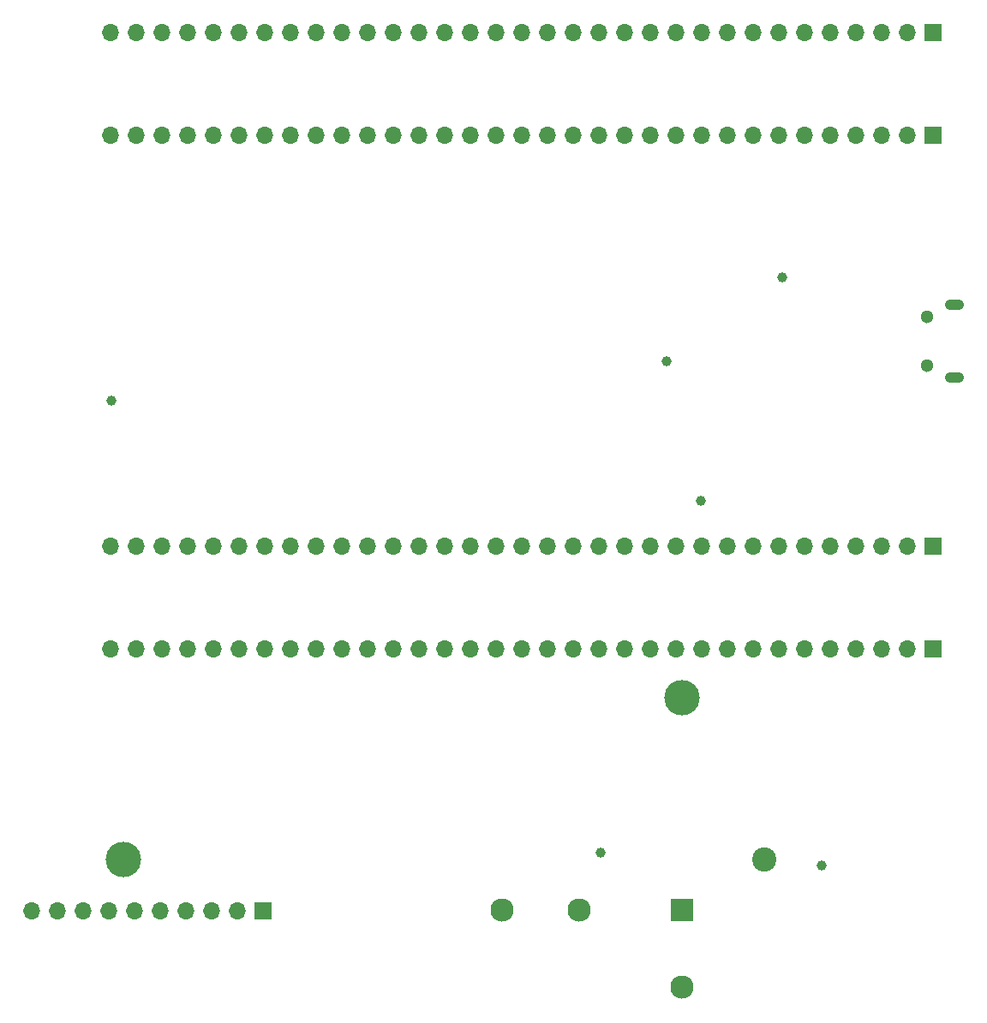
<source format=gbr>
%TF.GenerationSoftware,KiCad,Pcbnew,(6.0.2)*%
%TF.CreationDate,2022-04-04T09:51:23+02:00*%
%TF.ProjectId,main,6d61696e-2e6b-4696-9361-645f70636258,rev?*%
%TF.SameCoordinates,Original*%
%TF.FileFunction,Soldermask,Bot*%
%TF.FilePolarity,Negative*%
%FSLAX46Y46*%
G04 Gerber Fmt 4.6, Leading zero omitted, Abs format (unit mm)*
G04 Created by KiCad (PCBNEW (6.0.2)) date 2022-04-04 09:51:23*
%MOMM*%
%LPD*%
G01*
G04 APERTURE LIST*
%ADD10C,2.400000*%
%ADD11C,3.500000*%
%ADD12C,1.300000*%
%ADD13O,1.900000X1.070000*%
%ADD14R,1.700000X1.700000*%
%ADD15O,1.700000X1.700000*%
%ADD16R,2.300000X2.300000*%
%ADD17C,2.300000*%
%ADD18C,1.000000*%
G04 APERTURE END LIST*
D10*
%TO.C,BT1*%
X163700000Y-147800000D03*
D11*
X100400000Y-147800000D03*
X155600000Y-131800000D03*
%TD*%
D12*
%TO.C,U4*%
X179750000Y-94095000D03*
D13*
X182450000Y-100120000D03*
D12*
X179750000Y-98945000D03*
D13*
X182450000Y-92920000D03*
%TD*%
D14*
%TO.C,J3*%
X180340000Y-76200000D03*
D15*
X177800000Y-76200000D03*
X175260000Y-76200000D03*
X172720000Y-76200000D03*
X170180000Y-76200000D03*
X167640000Y-76200000D03*
X165100000Y-76200000D03*
X162560000Y-76200000D03*
X160020000Y-76200000D03*
X157480000Y-76200000D03*
X154940000Y-76200000D03*
X152400000Y-76200000D03*
X149860000Y-76200000D03*
X147320000Y-76200000D03*
X144780000Y-76200000D03*
X142240000Y-76200000D03*
X139700000Y-76200000D03*
X137160000Y-76200000D03*
X134620000Y-76200000D03*
X132080000Y-76200000D03*
X129540000Y-76200000D03*
X127000000Y-76200000D03*
X124460000Y-76200000D03*
X121920000Y-76200000D03*
X119380000Y-76200000D03*
X116840000Y-76200000D03*
X114300000Y-76200000D03*
X111760000Y-76200000D03*
X109220000Y-76200000D03*
X106680000Y-76200000D03*
X104140000Y-76200000D03*
X101600000Y-76200000D03*
X99060000Y-76200000D03*
%TD*%
D16*
%TO.C,K1*%
X155600000Y-152800000D03*
D17*
X145440000Y-152800000D03*
X137820000Y-152800000D03*
X155600000Y-160420000D03*
%TD*%
D14*
%TO.C,J2*%
X180340000Y-66040000D03*
D15*
X177800000Y-66040000D03*
X175260000Y-66040000D03*
X172720000Y-66040000D03*
X170180000Y-66040000D03*
X167640000Y-66040000D03*
X165100000Y-66040000D03*
X162560000Y-66040000D03*
X160020000Y-66040000D03*
X157480000Y-66040000D03*
X154940000Y-66040000D03*
X152400000Y-66040000D03*
X149860000Y-66040000D03*
X147320000Y-66040000D03*
X144780000Y-66040000D03*
X142240000Y-66040000D03*
X139700000Y-66040000D03*
X137160000Y-66040000D03*
X134620000Y-66040000D03*
X132080000Y-66040000D03*
X129540000Y-66040000D03*
X127000000Y-66040000D03*
X124460000Y-66040000D03*
X121920000Y-66040000D03*
X119380000Y-66040000D03*
X116840000Y-66040000D03*
X114300000Y-66040000D03*
X111760000Y-66040000D03*
X109220000Y-66040000D03*
X106680000Y-66040000D03*
X104140000Y-66040000D03*
X101600000Y-66040000D03*
X99060000Y-66040000D03*
%TD*%
D14*
%TO.C,J5*%
X180340000Y-127000000D03*
D15*
X177800000Y-127000000D03*
X175260000Y-127000000D03*
X172720000Y-127000000D03*
X170180000Y-127000000D03*
X167640000Y-127000000D03*
X165100000Y-127000000D03*
X162560000Y-127000000D03*
X160020000Y-127000000D03*
X157480000Y-127000000D03*
X154940000Y-127000000D03*
X152400000Y-127000000D03*
X149860000Y-127000000D03*
X147320000Y-127000000D03*
X144780000Y-127000000D03*
X142240000Y-127000000D03*
X139700000Y-127000000D03*
X137160000Y-127000000D03*
X134620000Y-127000000D03*
X132080000Y-127000000D03*
X129540000Y-127000000D03*
X127000000Y-127000000D03*
X124460000Y-127000000D03*
X121920000Y-127000000D03*
X119380000Y-127000000D03*
X116840000Y-127000000D03*
X114300000Y-127000000D03*
X111760000Y-127000000D03*
X109220000Y-127000000D03*
X106680000Y-127000000D03*
X104140000Y-127000000D03*
X101600000Y-127000000D03*
X99060000Y-127000000D03*
%TD*%
D14*
%TO.C,J4*%
X180340000Y-116840000D03*
D15*
X177800000Y-116840000D03*
X175260000Y-116840000D03*
X172720000Y-116840000D03*
X170180000Y-116840000D03*
X167640000Y-116840000D03*
X165100000Y-116840000D03*
X162560000Y-116840000D03*
X160020000Y-116840000D03*
X157480000Y-116840000D03*
X154940000Y-116840000D03*
X152400000Y-116840000D03*
X149860000Y-116840000D03*
X147320000Y-116840000D03*
X144780000Y-116840000D03*
X142240000Y-116840000D03*
X139700000Y-116840000D03*
X137160000Y-116840000D03*
X134620000Y-116840000D03*
X132080000Y-116840000D03*
X129540000Y-116840000D03*
X127000000Y-116840000D03*
X124460000Y-116840000D03*
X121920000Y-116840000D03*
X119380000Y-116840000D03*
X116840000Y-116840000D03*
X114300000Y-116840000D03*
X111760000Y-116840000D03*
X109220000Y-116840000D03*
X106680000Y-116840000D03*
X104140000Y-116840000D03*
X101600000Y-116840000D03*
X99060000Y-116840000D03*
%TD*%
D14*
%TO.C,J1*%
X114200000Y-152900000D03*
D15*
X111660000Y-152900000D03*
X109120000Y-152900000D03*
X106580000Y-152900000D03*
X104040000Y-152900000D03*
X101500000Y-152900000D03*
X98960000Y-152900000D03*
X96420000Y-152900000D03*
X93880000Y-152900000D03*
X91340000Y-152900000D03*
%TD*%
D18*
%TO.C,TP2*%
X154000000Y-98500000D03*
%TD*%
%TO.C,TP6*%
X157400000Y-112300000D03*
%TD*%
%TO.C,TP1*%
X169400000Y-148400000D03*
%TD*%
%TO.C,TP5*%
X99200000Y-102400000D03*
%TD*%
%TO.C,TP3*%
X165500000Y-90200000D03*
%TD*%
%TO.C,TP4*%
X147500000Y-147100000D03*
%TD*%
M02*

</source>
